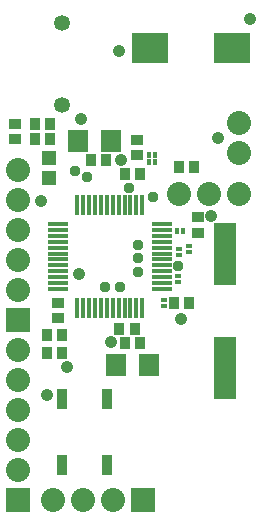
<source format=gts>
G75*
%MOIN*%
%OFA0B0*%
%FSLAX24Y24*%
%IPPOS*%
%LPD*%
%AMOC8*
5,1,8,0,0,1.08239X$1,22.5*
%
%ADD10R,0.0651X0.0178*%
%ADD11R,0.0178X0.0651*%
%ADD12R,0.0229X0.0170*%
%ADD13R,0.0170X0.0229*%
%ADD14R,0.0414X0.0336*%
%ADD15R,0.0336X0.0414*%
%ADD16R,0.0360X0.0660*%
%ADD17R,0.0690X0.0769*%
%ADD18R,0.0454X0.0493*%
%ADD19C,0.0800*%
%ADD20R,0.0760X0.2060*%
%ADD21R,0.0800X0.0800*%
%ADD22C,0.0532*%
%ADD23R,0.1241X0.1044*%
%ADD24C,0.0370*%
%ADD25C,0.0417*%
D10*
X004300Y009811D03*
X004300Y010007D03*
X004300Y010204D03*
X004300Y010401D03*
X004300Y010598D03*
X004300Y010795D03*
X004300Y010992D03*
X004300Y011189D03*
X004300Y011385D03*
X004300Y011582D03*
X004300Y011779D03*
X004300Y011976D03*
X007764Y011976D03*
X007764Y011779D03*
X007764Y011582D03*
X007764Y011385D03*
X007764Y011189D03*
X007764Y010992D03*
X007764Y010795D03*
X007764Y010598D03*
X007764Y010401D03*
X007764Y010204D03*
X007764Y010007D03*
X007764Y009811D03*
D11*
X007115Y009161D03*
X006918Y009161D03*
X006721Y009161D03*
X006524Y009161D03*
X006327Y009161D03*
X006130Y009161D03*
X005934Y009161D03*
X005737Y009161D03*
X005540Y009161D03*
X005343Y009161D03*
X005146Y009161D03*
X004949Y009161D03*
X004949Y012626D03*
X005146Y012626D03*
X005343Y012626D03*
X005540Y012626D03*
X005737Y012626D03*
X005934Y012626D03*
X006130Y012626D03*
X006327Y012626D03*
X006524Y012626D03*
X006721Y012626D03*
X006918Y012626D03*
X007115Y012626D03*
D12*
X008352Y011134D03*
X008352Y010933D03*
X008662Y011053D03*
X008662Y011254D03*
X008312Y010244D03*
X008312Y010043D03*
X007832Y009444D03*
X007832Y009243D03*
D13*
X008282Y011743D03*
X008482Y011743D03*
X007532Y014043D03*
X007532Y014293D03*
X007332Y014293D03*
X007332Y014043D03*
D14*
X006932Y014277D03*
X006932Y014789D03*
X008982Y012199D03*
X008982Y011687D03*
X004292Y009359D03*
X004292Y008847D03*
X002882Y014807D03*
X002882Y015319D03*
D15*
X003536Y015323D03*
X003536Y014803D03*
X004048Y014803D03*
X004048Y015323D03*
X005396Y014103D03*
X005908Y014103D03*
X006526Y013643D03*
X007038Y013643D03*
X008326Y013893D03*
X008838Y013893D03*
X008688Y009343D03*
X008176Y009343D03*
X007038Y008003D03*
X006858Y008463D03*
X006526Y008003D03*
X006346Y008463D03*
X004448Y008263D03*
X004448Y007683D03*
X003936Y007683D03*
X003936Y008263D03*
D16*
X004432Y006143D03*
X004432Y003943D03*
X005932Y003943D03*
X005932Y006143D03*
D17*
X006241Y007283D03*
X007343Y007283D03*
X006083Y014753D03*
X004981Y014753D03*
D18*
X003992Y014178D03*
X003992Y013509D03*
D19*
X002982Y013793D03*
X002982Y012793D03*
X002982Y011793D03*
X002982Y010793D03*
X002982Y009793D03*
X002982Y007793D03*
X002982Y006793D03*
X002982Y005793D03*
X002982Y004793D03*
X002982Y003793D03*
X004132Y002793D03*
X005132Y002793D03*
X006132Y002793D03*
X008332Y012993D03*
X009332Y012993D03*
X010332Y012993D03*
X010332Y014343D03*
X010332Y015343D03*
D20*
X009882Y010993D03*
X009882Y007193D03*
D21*
X002982Y002793D03*
X002982Y008793D03*
X007132Y002793D03*
D22*
X004442Y015937D03*
X004442Y018693D03*
D23*
X007364Y017843D03*
X010120Y017843D03*
D24*
X007482Y012893D03*
X006682Y013193D03*
X006982Y011293D03*
X006982Y010843D03*
X006982Y010393D03*
X006382Y009893D03*
X005882Y009893D03*
X005282Y013543D03*
X004882Y013743D03*
X008302Y010573D03*
D25*
X008392Y008813D03*
X009422Y012233D03*
X009632Y014843D03*
X010712Y018813D03*
X006422Y014123D03*
X005062Y015483D03*
X006342Y017743D03*
X003752Y012753D03*
X005022Y010313D03*
X006082Y008043D03*
X004602Y007213D03*
X003952Y006283D03*
M02*

</source>
